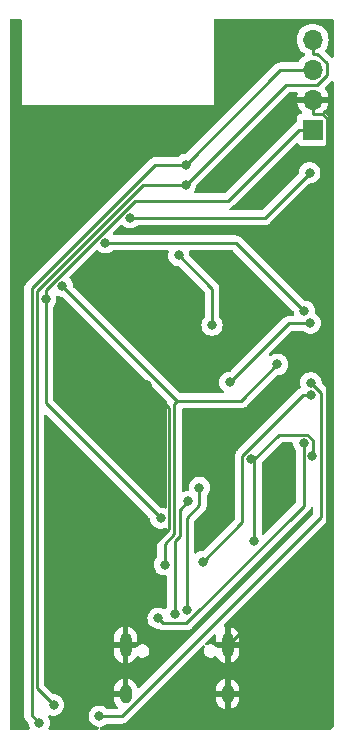
<source format=gbr>
%TF.GenerationSoftware,KiCad,Pcbnew,8.0.8*%
%TF.CreationDate,2025-02-15T17:25:52+01:00*%
%TF.ProjectId,Weathernode,57656174-6865-4726-9e6f-64652e6b6963,rev?*%
%TF.SameCoordinates,Original*%
%TF.FileFunction,Copper,L2,Bot*%
%TF.FilePolarity,Positive*%
%FSLAX46Y46*%
G04 Gerber Fmt 4.6, Leading zero omitted, Abs format (unit mm)*
G04 Created by KiCad (PCBNEW 8.0.8) date 2025-02-15 17:25:52*
%MOMM*%
%LPD*%
G01*
G04 APERTURE LIST*
%TA.AperFunction,ComponentPad*%
%ADD10O,1.000000X2.100000*%
%TD*%
%TA.AperFunction,ComponentPad*%
%ADD11O,1.000000X1.600000*%
%TD*%
%TA.AperFunction,ComponentPad*%
%ADD12R,1.700000X1.700000*%
%TD*%
%TA.AperFunction,ComponentPad*%
%ADD13O,1.700000X1.700000*%
%TD*%
%TA.AperFunction,ViaPad*%
%ADD14C,0.800000*%
%TD*%
%TA.AperFunction,Conductor*%
%ADD15C,0.250000*%
%TD*%
G04 APERTURE END LIST*
D10*
%TO.P,J2,S1,SHIELD*%
%TO.N,GND*%
X89310000Y-92374000D03*
D11*
X89310000Y-96554000D03*
D10*
X97950000Y-92374000D03*
D11*
X97950000Y-96554000D03*
%TD*%
D12*
%TO.P,BMP280,1,1*%
%TO.N,+3.3V*%
X105156000Y-48768000D03*
D13*
%TO.P,BMP280,2,2*%
%TO.N,GND*%
X105156000Y-46228000D03*
%TO.P,BMP280,3,3*%
%TO.N,SCL*%
X105156000Y-43688000D03*
%TO.P,BMP280,4,4*%
%TO.N,SDA*%
X105156000Y-41148000D03*
%TD*%
D14*
%TO.N,GND*%
X104971800Y-57380900D03*
X91101400Y-70411400D03*
X90256000Y-87391000D03*
%TO.N,+3.3V*%
X82555000Y-63132700D03*
X92276100Y-81659700D03*
%TO.N,Net-(U2-UD+)*%
X94477900Y-89473400D03*
X95563600Y-79067100D03*
%TO.N,Net-(U2-UD-)*%
X93475600Y-89796200D03*
X94588900Y-80245000D03*
%TO.N,Net-(J2-CC1)*%
X104400600Y-75308300D03*
X92075700Y-90132100D03*
%TO.N,Net-(U3-EN)*%
X89693900Y-56231200D03*
X104911500Y-52410100D03*
%TO.N,Net-(Q1-E)*%
X98154000Y-70166600D03*
X104955900Y-65147500D03*
%TO.N,Net-(U3-GPIO16)*%
X104455600Y-64154100D03*
X87596700Y-58344200D03*
%TO.N,CHG*%
X92614600Y-85607100D03*
X102174400Y-68636600D03*
X83950300Y-61995100D03*
%TO.N,Net-(D1-K)*%
X105001400Y-70189500D03*
X87086600Y-98428000D03*
%TO.N,GPIO0*%
X93817100Y-59419100D03*
X96631500Y-65327600D03*
%TO.N,SDA*%
X83221300Y-97479900D03*
X94403200Y-53459600D03*
%TO.N,SCL*%
X94400600Y-51717200D03*
X81992000Y-98983400D03*
%TO.N,Net-(U5-PROG)*%
X95871200Y-85331300D03*
X104976500Y-71244200D03*
%TO.N,Net-(U2-V3)*%
X100229000Y-83633200D03*
X99937200Y-76683600D03*
X105115000Y-76361900D03*
%TD*%
D15*
%TO.N,GND*%
X106331200Y-83992800D02*
X106331200Y-58740300D01*
X93002800Y-82566500D02*
X93002800Y-72312800D01*
X93002800Y-72312800D02*
X91101400Y-70411400D01*
X97950000Y-95427300D02*
X97950000Y-92374000D01*
X105965000Y-47404700D02*
X106361600Y-47801300D01*
X97950000Y-92374000D02*
X106331200Y-83992800D01*
X89310000Y-88337000D02*
X90256000Y-87391000D01*
X106361600Y-55991100D02*
X104971800Y-57380900D01*
X105156000Y-47404700D02*
X105965000Y-47404700D01*
X90256000Y-87391000D02*
X90256000Y-85313300D01*
X89310000Y-92374000D02*
X89310000Y-90997300D01*
X105156000Y-46228000D02*
X105156000Y-47404700D01*
X106361600Y-47801300D02*
X106361600Y-55991100D01*
X90256000Y-85313300D02*
X93002800Y-82566500D01*
X106331200Y-58740300D02*
X104971800Y-57380900D01*
X89310000Y-90997300D02*
X89310000Y-88337000D01*
X97950000Y-96554000D02*
X97950000Y-95427300D01*
%TO.N,+3.3V*%
X82555000Y-62316600D02*
X82555000Y-63132700D01*
X97970200Y-54777100D02*
X90094500Y-54777100D01*
X90094500Y-54777100D02*
X82555000Y-62316600D01*
X103979300Y-48768000D02*
X97970200Y-54777100D01*
X82555000Y-63132700D02*
X82555000Y-71938600D01*
X82555000Y-71938600D02*
X92276100Y-81659700D01*
X105156000Y-48768000D02*
X103979300Y-48768000D01*
%TO.N,Net-(U2-UD+)*%
X95563600Y-79067100D02*
X95563600Y-80552600D01*
X94477900Y-81638300D02*
X94477900Y-89473400D01*
X95563600Y-80552600D02*
X94477900Y-81638300D01*
%TO.N,Net-(U2-UD-)*%
X93475600Y-89796200D02*
X93475600Y-83594300D01*
X93475600Y-83594300D02*
X93906200Y-83163700D01*
X93906200Y-80927700D02*
X94588900Y-80245000D01*
X93906200Y-83163700D02*
X93906200Y-80927700D01*
%TO.N,Net-(J2-CC1)*%
X104388300Y-75320600D02*
X104388300Y-80593600D01*
X92470900Y-90527300D02*
X92075700Y-90132100D01*
X104388300Y-80593600D02*
X94454600Y-90527300D01*
X104400600Y-75308300D02*
X104388300Y-75320600D01*
X94454600Y-90527300D02*
X92470900Y-90527300D01*
%TO.N,Net-(U3-EN)*%
X104911500Y-52410100D02*
X101090400Y-56231200D01*
X101090400Y-56231200D02*
X89693900Y-56231200D01*
%TO.N,Net-(Q1-E)*%
X103173100Y-65147500D02*
X104955900Y-65147500D01*
X98154000Y-70166600D02*
X103173100Y-65147500D01*
%TO.N,Net-(U3-GPIO16)*%
X98645700Y-58344200D02*
X87596700Y-58344200D01*
X104455600Y-64154100D02*
X98645700Y-58344200D01*
%TO.N,CHG*%
X99080300Y-71730700D02*
X102174400Y-68636600D01*
X92614600Y-83816400D02*
X93454500Y-82976500D01*
X93685900Y-71730700D02*
X99080300Y-71730700D01*
X93454500Y-71962100D02*
X93685900Y-71730700D01*
X92614600Y-85607100D02*
X92614600Y-83816400D01*
X93685900Y-71730700D02*
X83950300Y-61995100D01*
X93454500Y-82976500D02*
X93454500Y-71962100D01*
%TO.N,Net-(D1-K)*%
X88974500Y-98428000D02*
X87086600Y-98428000D01*
X105841700Y-71029800D02*
X105841700Y-81560800D01*
X105001400Y-70189500D02*
X105841700Y-71029800D01*
X105841700Y-81560800D02*
X88974500Y-98428000D01*
%TO.N,GPIO0*%
X96631500Y-65327600D02*
X96631500Y-62233500D01*
X96631500Y-62233500D02*
X93817100Y-59419100D01*
%TO.N,SDA*%
X94403200Y-53459700D02*
X94403200Y-53459600D01*
X105156000Y-42324700D02*
X105523700Y-42324700D01*
X106350000Y-43151000D02*
X106350000Y-44161000D01*
X81804700Y-96063300D02*
X81804700Y-62426300D01*
X102904800Y-44958000D02*
X94403200Y-53459600D01*
X105523700Y-42324700D02*
X106350000Y-43151000D01*
X105553000Y-44958000D02*
X102904800Y-44958000D01*
X106350000Y-44161000D02*
X105553000Y-44958000D01*
X81804700Y-62426300D02*
X90771300Y-53459700D01*
X83221300Y-97479900D02*
X81804700Y-96063300D01*
X105156000Y-41148000D02*
X105156000Y-42324700D01*
X90771300Y-53459700D02*
X94403200Y-53459700D01*
%TO.N,SCL*%
X81353000Y-62208800D02*
X81353000Y-98344400D01*
X102429800Y-43688000D02*
X94400600Y-51717200D01*
X94400600Y-51717200D02*
X91844600Y-51717200D01*
X105156000Y-43688000D02*
X103979300Y-43688000D01*
X103979300Y-43688000D02*
X102429800Y-43688000D01*
X81353000Y-98344400D02*
X81992000Y-98983400D01*
X91844600Y-51717200D02*
X81353000Y-62208800D01*
%TO.N,Net-(U5-PROG)*%
X104976500Y-71244200D02*
X104347400Y-71244200D01*
X99208900Y-76382700D02*
X99208900Y-81993600D01*
X99208900Y-81993600D02*
X95871200Y-85331300D01*
X104347400Y-71244200D02*
X99208900Y-76382700D01*
%TO.N,Net-(U2-V3)*%
X105177900Y-76299000D02*
X105177900Y-75046400D01*
X104713100Y-74581600D02*
X102331000Y-74581600D01*
X100229000Y-76683600D02*
X100229000Y-83633200D01*
X105177900Y-75046400D02*
X104713100Y-74581600D01*
X105115000Y-76361900D02*
X105177900Y-76299000D01*
X100229000Y-76683600D02*
X99937200Y-76683600D01*
X102331000Y-74581600D02*
X100229000Y-76683600D01*
%TD*%
%TA.AperFunction,Conductor*%
%TO.N,GND*%
G36*
X82635403Y-72904039D02*
G01*
X82641881Y-72910071D01*
X91337138Y-81605329D01*
X91370623Y-81666652D01*
X91372778Y-81680048D01*
X91379421Y-81743251D01*
X91390426Y-81847956D01*
X91390427Y-81847959D01*
X91448918Y-82027977D01*
X91448921Y-82027984D01*
X91543567Y-82191916D01*
X91670229Y-82332588D01*
X91823365Y-82443848D01*
X91823370Y-82443851D01*
X91996292Y-82520842D01*
X91996297Y-82520844D01*
X92181454Y-82560200D01*
X92181455Y-82560200D01*
X92370744Y-82560200D01*
X92370746Y-82560200D01*
X92555903Y-82520844D01*
X92654566Y-82476915D01*
X92723813Y-82467630D01*
X92787090Y-82497258D01*
X92824304Y-82556393D01*
X92829000Y-82590195D01*
X92829000Y-82666047D01*
X92809315Y-82733086D01*
X92792681Y-82753728D01*
X92519514Y-83026895D01*
X92215870Y-83330539D01*
X92215867Y-83330542D01*
X92172304Y-83374104D01*
X92128742Y-83417666D01*
X92113100Y-83441075D01*
X92097564Y-83464328D01*
X92060290Y-83520110D01*
X92060286Y-83520116D01*
X92042758Y-83562432D01*
X92042759Y-83562433D01*
X92013137Y-83633949D01*
X92013135Y-83633956D01*
X91989100Y-83754789D01*
X91989100Y-84908412D01*
X91969415Y-84975451D01*
X91957250Y-84991384D01*
X91882066Y-85074884D01*
X91787421Y-85238815D01*
X91787418Y-85238822D01*
X91728927Y-85418840D01*
X91728926Y-85418844D01*
X91709140Y-85607100D01*
X91728926Y-85795356D01*
X91728927Y-85795359D01*
X91787418Y-85975377D01*
X91787421Y-85975384D01*
X91882067Y-86139316D01*
X91929904Y-86192444D01*
X92008729Y-86279988D01*
X92161865Y-86391248D01*
X92161870Y-86391251D01*
X92334792Y-86468242D01*
X92334797Y-86468244D01*
X92519954Y-86507600D01*
X92519955Y-86507600D01*
X92709242Y-86507600D01*
X92709246Y-86507600D01*
X92709249Y-86507599D01*
X92713131Y-86507191D01*
X92715368Y-86507600D01*
X92715745Y-86507600D01*
X92715745Y-86507668D01*
X92781861Y-86519756D01*
X92832888Y-86567485D01*
X92850100Y-86630511D01*
X92850100Y-89097512D01*
X92830415Y-89164551D01*
X92818250Y-89180484D01*
X92743066Y-89263985D01*
X92743063Y-89263988D01*
X92714344Y-89313731D01*
X92663777Y-89361946D01*
X92595170Y-89375168D01*
X92534075Y-89352049D01*
X92528438Y-89347954D01*
X92528429Y-89347948D01*
X92355507Y-89270957D01*
X92355502Y-89270955D01*
X92209701Y-89239965D01*
X92170346Y-89231600D01*
X91981054Y-89231600D01*
X91948597Y-89238498D01*
X91795897Y-89270955D01*
X91795892Y-89270957D01*
X91622970Y-89347948D01*
X91622965Y-89347951D01*
X91469829Y-89459211D01*
X91343166Y-89599885D01*
X91248521Y-89763815D01*
X91248518Y-89763822D01*
X91190027Y-89943840D01*
X91190026Y-89943844D01*
X91170240Y-90132100D01*
X91190026Y-90320356D01*
X91190027Y-90320359D01*
X91248518Y-90500377D01*
X91248521Y-90500384D01*
X91343167Y-90664316D01*
X91368965Y-90692967D01*
X91469829Y-90804988D01*
X91622965Y-90916248D01*
X91622970Y-90916251D01*
X91795892Y-90993242D01*
X91795897Y-90993244D01*
X91981054Y-91032600D01*
X92063649Y-91032600D01*
X92130688Y-91052285D01*
X92132541Y-91053499D01*
X92174605Y-91081606D01*
X92174613Y-91081610D01*
X92174614Y-91081611D01*
X92288448Y-91128763D01*
X92348871Y-91140781D01*
X92409293Y-91152800D01*
X94516207Y-91152800D01*
X94576629Y-91140781D01*
X94637052Y-91128763D01*
X94637055Y-91128761D01*
X94637058Y-91128761D01*
X94670387Y-91114954D01*
X94670386Y-91114954D01*
X94670392Y-91114952D01*
X94750886Y-91081612D01*
X94802109Y-91047384D01*
X94802309Y-91047251D01*
X94824235Y-91032600D01*
X94853333Y-91013158D01*
X94940458Y-90926033D01*
X94940459Y-90926031D01*
X94947525Y-90918965D01*
X94947528Y-90918961D01*
X104787029Y-81079460D01*
X104787033Y-81079458D01*
X104874158Y-80992333D01*
X104942611Y-80889886D01*
X104977639Y-80805320D01*
X105021480Y-80750918D01*
X105087774Y-80728853D01*
X105155473Y-80746132D01*
X105203084Y-80797269D01*
X105216200Y-80852774D01*
X105216200Y-81250348D01*
X105196515Y-81317387D01*
X105179881Y-81338029D01*
X90482734Y-96035175D01*
X90421411Y-96068660D01*
X90351719Y-96063676D01*
X90295786Y-96021804D01*
X90273435Y-95971684D01*
X90271570Y-95962310D01*
X90271569Y-95962306D01*
X90196192Y-95780328D01*
X90196185Y-95780315D01*
X90086751Y-95616537D01*
X90086748Y-95616533D01*
X89947466Y-95477251D01*
X89947462Y-95477248D01*
X89783684Y-95367814D01*
X89783671Y-95367807D01*
X89601691Y-95292429D01*
X89601683Y-95292427D01*
X89560000Y-95284135D01*
X89560000Y-96087011D01*
X89550060Y-96069795D01*
X89494205Y-96013940D01*
X89425796Y-95974444D01*
X89349496Y-95954000D01*
X89270504Y-95954000D01*
X89194204Y-95974444D01*
X89125795Y-96013940D01*
X89069940Y-96069795D01*
X89060000Y-96087011D01*
X89060000Y-95284136D01*
X89059999Y-95284135D01*
X89018316Y-95292427D01*
X89018308Y-95292429D01*
X88836328Y-95367807D01*
X88836315Y-95367814D01*
X88672537Y-95477248D01*
X88672533Y-95477251D01*
X88533251Y-95616533D01*
X88533248Y-95616537D01*
X88423814Y-95780315D01*
X88423807Y-95780328D01*
X88348430Y-95962306D01*
X88348427Y-95962318D01*
X88310000Y-96155504D01*
X88310000Y-96304000D01*
X89010000Y-96304000D01*
X89010000Y-96804000D01*
X88310000Y-96804000D01*
X88310000Y-96952495D01*
X88348427Y-97145681D01*
X88348430Y-97145693D01*
X88423807Y-97327671D01*
X88423814Y-97327684D01*
X88533248Y-97491462D01*
X88533251Y-97491466D01*
X88632604Y-97590819D01*
X88666089Y-97652142D01*
X88661105Y-97721834D01*
X88619233Y-97777767D01*
X88553769Y-97802184D01*
X88544923Y-97802500D01*
X87790348Y-97802500D01*
X87723309Y-97782815D01*
X87698200Y-97761474D01*
X87692473Y-97755114D01*
X87692469Y-97755110D01*
X87539334Y-97643851D01*
X87539329Y-97643848D01*
X87366407Y-97566857D01*
X87366402Y-97566855D01*
X87220601Y-97535865D01*
X87181246Y-97527500D01*
X86991954Y-97527500D01*
X86959497Y-97534398D01*
X86806797Y-97566855D01*
X86806792Y-97566857D01*
X86633870Y-97643848D01*
X86633865Y-97643851D01*
X86480729Y-97755111D01*
X86354066Y-97895785D01*
X86259421Y-98059715D01*
X86259418Y-98059722D01*
X86200927Y-98239740D01*
X86200926Y-98239744D01*
X86181140Y-98428000D01*
X86200926Y-98616256D01*
X86200927Y-98616259D01*
X86259418Y-98796277D01*
X86259421Y-98796284D01*
X86354067Y-98960216D01*
X86475001Y-99094526D01*
X86480729Y-99100888D01*
X86633865Y-99212148D01*
X86633870Y-99212151D01*
X86806792Y-99289142D01*
X86806797Y-99289144D01*
X86964715Y-99322710D01*
X87026197Y-99355902D01*
X87059973Y-99417065D01*
X87055321Y-99486780D01*
X87013717Y-99542912D01*
X86948369Y-99567641D01*
X86938934Y-99568000D01*
X82909063Y-99568000D01*
X82842024Y-99548315D01*
X82796269Y-99495511D01*
X82786325Y-99426353D01*
X82801674Y-99382003D01*
X82819179Y-99351684D01*
X82877674Y-99171656D01*
X82897460Y-98983400D01*
X82877674Y-98795144D01*
X82819179Y-98615116D01*
X82754691Y-98503419D01*
X82738218Y-98435518D01*
X82761071Y-98369492D01*
X82815992Y-98326301D01*
X82885546Y-98319660D01*
X82912513Y-98328139D01*
X82941497Y-98341044D01*
X83126654Y-98380400D01*
X83126655Y-98380400D01*
X83315944Y-98380400D01*
X83315946Y-98380400D01*
X83501103Y-98341044D01*
X83674030Y-98264051D01*
X83827171Y-98152788D01*
X83953833Y-98012116D01*
X84048479Y-97848184D01*
X84106974Y-97668156D01*
X84126760Y-97479900D01*
X84106974Y-97291644D01*
X84048479Y-97111616D01*
X83953833Y-96947684D01*
X83827171Y-96807012D01*
X83827170Y-96807011D01*
X83674034Y-96695751D01*
X83674029Y-96695748D01*
X83501107Y-96618757D01*
X83501102Y-96618755D01*
X83355301Y-96587765D01*
X83315946Y-96579400D01*
X83315945Y-96579400D01*
X83256752Y-96579400D01*
X83189713Y-96559715D01*
X83169071Y-96543081D01*
X82466519Y-95840529D01*
X82433034Y-95779206D01*
X82430200Y-95752848D01*
X82430200Y-91725504D01*
X88310000Y-91725504D01*
X88310000Y-92124000D01*
X89010000Y-92124000D01*
X89010000Y-92624000D01*
X88310000Y-92624000D01*
X88310000Y-93022495D01*
X88348427Y-93215681D01*
X88348430Y-93215693D01*
X88423807Y-93397671D01*
X88423814Y-93397684D01*
X88533248Y-93561462D01*
X88533251Y-93561466D01*
X88672533Y-93700748D01*
X88672537Y-93700751D01*
X88836315Y-93810185D01*
X88836328Y-93810192D01*
X89018308Y-93885569D01*
X89060000Y-93893862D01*
X89060000Y-93090988D01*
X89069940Y-93108205D01*
X89125795Y-93164060D01*
X89194204Y-93203556D01*
X89270504Y-93224000D01*
X89349496Y-93224000D01*
X89425796Y-93203556D01*
X89494205Y-93164060D01*
X89550060Y-93108205D01*
X89560000Y-93090988D01*
X89560000Y-93893862D01*
X89601690Y-93885569D01*
X89601692Y-93885569D01*
X89783671Y-93810192D01*
X89783684Y-93810185D01*
X89947462Y-93700751D01*
X89947466Y-93700748D01*
X90086748Y-93561466D01*
X90086751Y-93561462D01*
X90199574Y-93392613D01*
X90201007Y-93393570D01*
X90244198Y-93349580D01*
X90312332Y-93334103D01*
X90378018Y-93357919D01*
X90380089Y-93359697D01*
X90380189Y-93359568D01*
X90386630Y-93364510D01*
X90386635Y-93364515D01*
X90517865Y-93440281D01*
X90664234Y-93479500D01*
X90664236Y-93479500D01*
X90815764Y-93479500D01*
X90815766Y-93479500D01*
X90962135Y-93440281D01*
X91093365Y-93364515D01*
X91200515Y-93257365D01*
X91276281Y-93126135D01*
X91315500Y-92979766D01*
X91315500Y-92828234D01*
X91276281Y-92681865D01*
X91200515Y-92550635D01*
X91093365Y-92443485D01*
X91027750Y-92405602D01*
X90962136Y-92367719D01*
X90888950Y-92348109D01*
X90815766Y-92328500D01*
X90664234Y-92328500D01*
X90517863Y-92367719D01*
X90386635Y-92443485D01*
X90386632Y-92443487D01*
X90279486Y-92550633D01*
X90279482Y-92550638D01*
X90272923Y-92562000D01*
X90222356Y-92610216D01*
X90165536Y-92624000D01*
X89610000Y-92624000D01*
X89610000Y-92124000D01*
X90310000Y-92124000D01*
X90310000Y-91725508D01*
X90309999Y-91725504D01*
X90271572Y-91532318D01*
X90271569Y-91532306D01*
X90196192Y-91350328D01*
X90196185Y-91350315D01*
X90086751Y-91186537D01*
X90086748Y-91186533D01*
X89947466Y-91047251D01*
X89947462Y-91047248D01*
X89783684Y-90937814D01*
X89783671Y-90937807D01*
X89601691Y-90862429D01*
X89601683Y-90862427D01*
X89560000Y-90854135D01*
X89560000Y-91657011D01*
X89550060Y-91639795D01*
X89494205Y-91583940D01*
X89425796Y-91544444D01*
X89349496Y-91524000D01*
X89270504Y-91524000D01*
X89194204Y-91544444D01*
X89125795Y-91583940D01*
X89069940Y-91639795D01*
X89060000Y-91657011D01*
X89060000Y-90854136D01*
X89059999Y-90854135D01*
X89018316Y-90862427D01*
X89018308Y-90862429D01*
X88836328Y-90937807D01*
X88836315Y-90937814D01*
X88672537Y-91047248D01*
X88672533Y-91047251D01*
X88533251Y-91186533D01*
X88533248Y-91186537D01*
X88423814Y-91350315D01*
X88423807Y-91350328D01*
X88348430Y-91532306D01*
X88348427Y-91532318D01*
X88310000Y-91725504D01*
X82430200Y-91725504D01*
X82430200Y-72997752D01*
X82449885Y-72930713D01*
X82502689Y-72884958D01*
X82571847Y-72875014D01*
X82635403Y-72904039D01*
G37*
%TD.AperFunction*%
%TA.AperFunction,Conductor*%
G36*
X106853334Y-44644768D02*
G01*
X106909267Y-44686640D01*
X106933684Y-44752104D01*
X106934000Y-44760950D01*
X106934000Y-99262638D01*
X106914315Y-99329677D01*
X106897681Y-99350319D01*
X106716319Y-99531681D01*
X106654996Y-99565166D01*
X106628638Y-99568000D01*
X87234266Y-99568000D01*
X87167227Y-99548315D01*
X87121472Y-99495511D01*
X87111528Y-99426353D01*
X87140553Y-99362797D01*
X87199331Y-99325023D01*
X87208479Y-99322711D01*
X87366403Y-99289144D01*
X87539330Y-99212151D01*
X87692471Y-99100888D01*
X87695388Y-99097647D01*
X87698200Y-99094526D01*
X87757687Y-99057879D01*
X87790348Y-99053500D01*
X89036107Y-99053500D01*
X89096529Y-99041481D01*
X89156952Y-99029463D01*
X89206996Y-99008734D01*
X89270786Y-98982312D01*
X89325334Y-98945863D01*
X89373233Y-98913858D01*
X89460358Y-98826733D01*
X89460359Y-98826731D01*
X89467425Y-98819665D01*
X89467428Y-98819661D01*
X92131585Y-96155504D01*
X96950000Y-96155504D01*
X96950000Y-96304000D01*
X97650000Y-96304000D01*
X97650000Y-96804000D01*
X96950000Y-96804000D01*
X96950000Y-96952495D01*
X96988427Y-97145681D01*
X96988430Y-97145693D01*
X97063807Y-97327671D01*
X97063814Y-97327684D01*
X97173248Y-97491462D01*
X97173251Y-97491466D01*
X97312533Y-97630748D01*
X97312537Y-97630751D01*
X97476315Y-97740185D01*
X97476328Y-97740192D01*
X97658308Y-97815569D01*
X97700000Y-97823862D01*
X97700000Y-97020988D01*
X97709940Y-97038205D01*
X97765795Y-97094060D01*
X97834204Y-97133556D01*
X97910504Y-97154000D01*
X97989496Y-97154000D01*
X98065796Y-97133556D01*
X98134205Y-97094060D01*
X98190060Y-97038205D01*
X98200000Y-97020988D01*
X98200000Y-97823862D01*
X98241690Y-97815569D01*
X98241692Y-97815569D01*
X98423671Y-97740192D01*
X98423684Y-97740185D01*
X98587462Y-97630751D01*
X98587466Y-97630748D01*
X98726748Y-97491466D01*
X98726751Y-97491462D01*
X98836185Y-97327684D01*
X98836192Y-97327671D01*
X98911569Y-97145693D01*
X98911572Y-97145681D01*
X98949999Y-96952495D01*
X98950000Y-96952492D01*
X98950000Y-96804000D01*
X98250000Y-96804000D01*
X98250000Y-96304000D01*
X98950000Y-96304000D01*
X98950000Y-96155508D01*
X98949999Y-96155504D01*
X98911572Y-95962318D01*
X98911569Y-95962306D01*
X98836192Y-95780328D01*
X98836185Y-95780315D01*
X98726751Y-95616537D01*
X98726748Y-95616533D01*
X98587466Y-95477251D01*
X98587462Y-95477248D01*
X98423684Y-95367814D01*
X98423671Y-95367807D01*
X98241691Y-95292429D01*
X98241683Y-95292427D01*
X98200000Y-95284135D01*
X98200000Y-96087011D01*
X98190060Y-96069795D01*
X98134205Y-96013940D01*
X98065796Y-95974444D01*
X97989496Y-95954000D01*
X97910504Y-95954000D01*
X97834204Y-95974444D01*
X97765795Y-96013940D01*
X97709940Y-96069795D01*
X97700000Y-96087011D01*
X97700000Y-95284136D01*
X97699999Y-95284135D01*
X97658316Y-95292427D01*
X97658308Y-95292429D01*
X97476328Y-95367807D01*
X97476315Y-95367814D01*
X97312537Y-95477248D01*
X97312533Y-95477251D01*
X97173251Y-95616533D01*
X97173248Y-95616537D01*
X97063814Y-95780315D01*
X97063807Y-95780328D01*
X96988430Y-95962306D01*
X96988427Y-95962318D01*
X96950000Y-96155504D01*
X92131585Y-96155504D01*
X95834750Y-92452338D01*
X95896071Y-92418855D01*
X95965763Y-92423839D01*
X96021696Y-92465711D01*
X96046113Y-92531175D01*
X96031261Y-92599448D01*
X96029816Y-92602021D01*
X95983720Y-92681861D01*
X95983720Y-92681862D01*
X95944500Y-92828234D01*
X95944500Y-92979765D01*
X95983719Y-93126136D01*
X96005615Y-93164060D01*
X96059485Y-93257365D01*
X96166635Y-93364515D01*
X96297865Y-93440281D01*
X96444234Y-93479500D01*
X96444236Y-93479500D01*
X96595764Y-93479500D01*
X96595766Y-93479500D01*
X96742135Y-93440281D01*
X96873365Y-93364515D01*
X96873372Y-93364507D01*
X96879811Y-93359568D01*
X96882044Y-93362478D01*
X96928258Y-93336865D01*
X96997980Y-93341411D01*
X97054176Y-93382930D01*
X97060394Y-93392634D01*
X97060426Y-93392613D01*
X97173248Y-93561462D01*
X97173251Y-93561466D01*
X97312533Y-93700748D01*
X97312537Y-93700751D01*
X97476315Y-93810185D01*
X97476328Y-93810192D01*
X97658308Y-93885569D01*
X97700000Y-93893862D01*
X97700000Y-93090988D01*
X97709940Y-93108205D01*
X97765795Y-93164060D01*
X97834204Y-93203556D01*
X97910504Y-93224000D01*
X97989496Y-93224000D01*
X98065796Y-93203556D01*
X98134205Y-93164060D01*
X98190060Y-93108205D01*
X98200000Y-93090988D01*
X98200000Y-93893862D01*
X98241690Y-93885569D01*
X98241692Y-93885569D01*
X98423671Y-93810192D01*
X98423684Y-93810185D01*
X98587462Y-93700751D01*
X98587466Y-93700748D01*
X98726748Y-93561466D01*
X98726751Y-93561462D01*
X98836185Y-93397684D01*
X98836192Y-93397671D01*
X98911569Y-93215693D01*
X98911572Y-93215681D01*
X98949999Y-93022495D01*
X98950000Y-93022492D01*
X98950000Y-92624000D01*
X98250000Y-92624000D01*
X98250000Y-92124000D01*
X98950000Y-92124000D01*
X98950000Y-91725508D01*
X98949999Y-91725504D01*
X98911572Y-91532318D01*
X98911569Y-91532306D01*
X98836192Y-91350328D01*
X98836185Y-91350315D01*
X98726751Y-91186537D01*
X98726748Y-91186533D01*
X98587466Y-91047251D01*
X98587462Y-91047248D01*
X98423684Y-90937814D01*
X98423671Y-90937807D01*
X98241691Y-90862429D01*
X98241683Y-90862427D01*
X98200000Y-90854135D01*
X98200000Y-91657011D01*
X98190060Y-91639795D01*
X98134205Y-91583940D01*
X98065796Y-91544444D01*
X97989496Y-91524000D01*
X97910504Y-91524000D01*
X97834204Y-91544444D01*
X97765795Y-91583940D01*
X97709940Y-91639795D01*
X97700000Y-91657011D01*
X97700000Y-90854136D01*
X97659083Y-90820557D01*
X97619748Y-90762811D01*
X97617877Y-90692967D01*
X97650064Y-90637024D01*
X106240429Y-82046660D01*
X106240433Y-82046658D01*
X106327558Y-81959533D01*
X106361784Y-81908309D01*
X106396012Y-81857086D01*
X106411729Y-81819141D01*
X106443159Y-81743261D01*
X106443159Y-81743259D01*
X106443163Y-81743251D01*
X106467200Y-81622407D01*
X106467200Y-81499193D01*
X106467200Y-71097541D01*
X106467201Y-71097520D01*
X106467201Y-70968191D01*
X106447092Y-70867100D01*
X106443163Y-70847348D01*
X106406296Y-70758343D01*
X106406296Y-70758342D01*
X106396015Y-70733520D01*
X106396008Y-70733508D01*
X106327558Y-70631067D01*
X106327555Y-70631063D01*
X105940360Y-70243869D01*
X105906875Y-70182546D01*
X105904723Y-70169168D01*
X105887074Y-70001244D01*
X105828579Y-69821216D01*
X105733933Y-69657284D01*
X105607271Y-69516612D01*
X105607270Y-69516611D01*
X105454134Y-69405351D01*
X105454129Y-69405348D01*
X105281207Y-69328357D01*
X105281202Y-69328355D01*
X105135401Y-69297365D01*
X105096046Y-69289000D01*
X104906754Y-69289000D01*
X104874297Y-69295898D01*
X104721597Y-69328355D01*
X104721592Y-69328357D01*
X104548670Y-69405348D01*
X104548665Y-69405351D01*
X104395529Y-69516611D01*
X104268866Y-69657285D01*
X104174221Y-69821215D01*
X104174218Y-69821222D01*
X104115727Y-70001240D01*
X104115726Y-70001244D01*
X104095940Y-70189500D01*
X104115726Y-70377756D01*
X104115727Y-70377759D01*
X104162028Y-70520260D01*
X104164023Y-70590101D01*
X104127942Y-70649934D01*
X104091551Y-70673138D01*
X104051120Y-70689885D01*
X104051116Y-70689887D01*
X103948665Y-70758342D01*
X103948662Y-70758345D01*
X98810169Y-75896840D01*
X98723044Y-75983964D01*
X98723041Y-75983968D01*
X98705171Y-76010713D01*
X98705170Y-76010714D01*
X98654591Y-76086408D01*
X98654589Y-76086411D01*
X98654588Y-76086414D01*
X98636829Y-76129289D01*
X98607438Y-76200244D01*
X98607435Y-76200256D01*
X98583400Y-76321089D01*
X98583400Y-81683147D01*
X98563715Y-81750186D01*
X98547081Y-81770828D01*
X95923429Y-84394481D01*
X95862106Y-84427966D01*
X95835748Y-84430800D01*
X95776554Y-84430800D01*
X95744097Y-84437698D01*
X95591397Y-84470155D01*
X95591392Y-84470157D01*
X95418470Y-84547148D01*
X95418465Y-84547151D01*
X95300285Y-84633014D01*
X95234478Y-84656494D01*
X95166425Y-84640668D01*
X95117730Y-84590562D01*
X95103400Y-84532696D01*
X95103400Y-81948752D01*
X95123085Y-81881713D01*
X95139719Y-81861071D01*
X96049455Y-80951336D01*
X96049455Y-80951335D01*
X96049458Y-80951333D01*
X96117912Y-80848885D01*
X96148080Y-80776052D01*
X96165063Y-80735052D01*
X96180945Y-80655206D01*
X96189101Y-80614206D01*
X96189101Y-80490993D01*
X96189101Y-80485883D01*
X96189100Y-80485857D01*
X96189100Y-79765787D01*
X96208785Y-79698748D01*
X96220950Y-79682815D01*
X96239491Y-79662222D01*
X96296133Y-79599316D01*
X96390779Y-79435384D01*
X96449274Y-79255356D01*
X96469060Y-79067100D01*
X96449274Y-78878844D01*
X96390779Y-78698816D01*
X96296133Y-78534884D01*
X96169471Y-78394212D01*
X96169470Y-78394211D01*
X96016334Y-78282951D01*
X96016329Y-78282948D01*
X95843407Y-78205957D01*
X95843402Y-78205955D01*
X95697601Y-78174965D01*
X95658246Y-78166600D01*
X95468954Y-78166600D01*
X95436497Y-78173498D01*
X95283797Y-78205955D01*
X95283792Y-78205957D01*
X95110870Y-78282948D01*
X95110865Y-78282951D01*
X94957729Y-78394211D01*
X94831066Y-78534885D01*
X94736421Y-78698815D01*
X94736418Y-78698822D01*
X94677927Y-78878840D01*
X94677926Y-78878844D01*
X94658140Y-79067100D01*
X94672900Y-79207540D01*
X94660332Y-79276268D01*
X94612599Y-79327292D01*
X94549580Y-79344500D01*
X94494254Y-79344500D01*
X94469178Y-79349830D01*
X94309097Y-79383855D01*
X94254435Y-79408193D01*
X94185185Y-79417477D01*
X94121909Y-79387849D01*
X94084696Y-79328714D01*
X94080000Y-79294913D01*
X94080000Y-72480200D01*
X94099685Y-72413161D01*
X94152489Y-72367406D01*
X94204000Y-72356200D01*
X99141907Y-72356200D01*
X99202329Y-72344181D01*
X99262752Y-72332163D01*
X99262755Y-72332161D01*
X99262758Y-72332161D01*
X99296087Y-72318354D01*
X99296086Y-72318354D01*
X99296092Y-72318352D01*
X99376586Y-72285012D01*
X99451603Y-72234886D01*
X99479033Y-72216558D01*
X99566158Y-72129433D01*
X99566159Y-72129431D01*
X99573225Y-72122365D01*
X99573227Y-72122361D01*
X102122171Y-69573419D01*
X102183494Y-69539934D01*
X102209852Y-69537100D01*
X102269044Y-69537100D01*
X102269046Y-69537100D01*
X102454203Y-69497744D01*
X102627130Y-69420751D01*
X102780271Y-69309488D01*
X102906933Y-69168816D01*
X103001579Y-69004884D01*
X103060074Y-68824856D01*
X103079860Y-68636600D01*
X103060074Y-68448344D01*
X103001579Y-68268316D01*
X102906933Y-68104384D01*
X102780271Y-67963712D01*
X102740652Y-67934927D01*
X102627134Y-67852451D01*
X102627129Y-67852448D01*
X102454207Y-67775457D01*
X102454202Y-67775455D01*
X102308401Y-67744465D01*
X102269046Y-67736100D01*
X102079754Y-67736100D01*
X102047297Y-67742998D01*
X101894597Y-67775455D01*
X101894592Y-67775457D01*
X101721670Y-67852448D01*
X101721666Y-67852451D01*
X101647200Y-67906553D01*
X101581394Y-67930032D01*
X101513340Y-67914206D01*
X101464646Y-67864100D01*
X101450771Y-67795621D01*
X101476121Y-67730513D01*
X101486623Y-67718565D01*
X103395871Y-65809319D01*
X103457194Y-65775834D01*
X103483552Y-65773000D01*
X104252152Y-65773000D01*
X104319191Y-65792685D01*
X104344300Y-65814026D01*
X104350026Y-65820385D01*
X104350030Y-65820389D01*
X104503165Y-65931648D01*
X104503170Y-65931651D01*
X104676092Y-66008642D01*
X104676097Y-66008644D01*
X104861254Y-66048000D01*
X104861255Y-66048000D01*
X105050544Y-66048000D01*
X105050546Y-66048000D01*
X105235703Y-66008644D01*
X105408630Y-65931651D01*
X105561771Y-65820388D01*
X105688433Y-65679716D01*
X105783079Y-65515784D01*
X105841574Y-65335756D01*
X105861360Y-65147500D01*
X105841574Y-64959244D01*
X105783079Y-64779216D01*
X105688433Y-64615284D01*
X105561771Y-64474612D01*
X105561770Y-64474611D01*
X105403373Y-64359529D01*
X105404875Y-64357461D01*
X105364553Y-64315148D01*
X105351350Y-64246538D01*
X105351464Y-64245399D01*
X105358921Y-64174448D01*
X105361060Y-64154100D01*
X105341274Y-63965844D01*
X105282779Y-63785816D01*
X105188133Y-63621884D01*
X105061471Y-63481212D01*
X105061470Y-63481211D01*
X104908334Y-63369951D01*
X104908329Y-63369948D01*
X104735407Y-63292957D01*
X104735402Y-63292955D01*
X104589601Y-63261965D01*
X104550246Y-63253600D01*
X104550245Y-63253600D01*
X104491053Y-63253600D01*
X104424014Y-63233915D01*
X104403372Y-63217281D01*
X99138628Y-57952538D01*
X99138625Y-57952534D01*
X99138625Y-57952535D01*
X99131558Y-57945468D01*
X99131558Y-57945467D01*
X99044433Y-57858342D01*
X99044432Y-57858341D01*
X99044431Y-57858340D01*
X98993209Y-57824115D01*
X98941987Y-57789889D01*
X98941986Y-57789888D01*
X98941983Y-57789886D01*
X98941980Y-57789885D01*
X98861492Y-57756547D01*
X98828153Y-57742737D01*
X98818127Y-57740743D01*
X98767729Y-57730718D01*
X98707310Y-57718700D01*
X98707307Y-57718700D01*
X98707306Y-57718700D01*
X88336851Y-57718700D01*
X88269812Y-57699015D01*
X88224057Y-57646211D01*
X88214113Y-57577053D01*
X88243138Y-57513497D01*
X88249170Y-57507019D01*
X88883852Y-56872336D01*
X88945173Y-56838853D01*
X89014864Y-56843837D01*
X89063678Y-56877044D01*
X89088029Y-56904088D01*
X89088032Y-56904090D01*
X89241165Y-57015348D01*
X89241170Y-57015351D01*
X89414092Y-57092342D01*
X89414097Y-57092344D01*
X89599254Y-57131700D01*
X89599255Y-57131700D01*
X89788544Y-57131700D01*
X89788546Y-57131700D01*
X89973703Y-57092344D01*
X90146630Y-57015351D01*
X90299771Y-56904088D01*
X90302688Y-56900847D01*
X90305500Y-56897726D01*
X90364987Y-56861079D01*
X90397648Y-56856700D01*
X101152007Y-56856700D01*
X101212429Y-56844681D01*
X101272852Y-56832663D01*
X101322896Y-56811934D01*
X101386686Y-56785512D01*
X101437909Y-56751284D01*
X101489133Y-56717058D01*
X101576258Y-56629933D01*
X101576258Y-56629931D01*
X101586466Y-56619724D01*
X101586467Y-56619721D01*
X104859272Y-53346919D01*
X104920595Y-53313434D01*
X104946953Y-53310600D01*
X105006144Y-53310600D01*
X105006146Y-53310600D01*
X105191303Y-53271244D01*
X105364230Y-53194251D01*
X105517371Y-53082988D01*
X105644033Y-52942316D01*
X105738679Y-52778384D01*
X105797174Y-52598356D01*
X105816960Y-52410100D01*
X105797174Y-52221844D01*
X105738679Y-52041816D01*
X105644033Y-51877884D01*
X105517371Y-51737212D01*
X105517370Y-51737211D01*
X105364234Y-51625951D01*
X105364229Y-51625948D01*
X105191307Y-51548957D01*
X105191302Y-51548955D01*
X105045501Y-51517965D01*
X105006146Y-51509600D01*
X104816854Y-51509600D01*
X104784397Y-51516498D01*
X104631697Y-51548955D01*
X104631692Y-51548957D01*
X104458770Y-51625948D01*
X104458765Y-51625951D01*
X104305629Y-51737211D01*
X104178966Y-51877885D01*
X104084321Y-52041815D01*
X104084318Y-52041822D01*
X104025827Y-52221840D01*
X104025826Y-52221844D01*
X104013124Y-52342700D01*
X104008179Y-52389749D01*
X103981594Y-52454363D01*
X103972539Y-52464468D01*
X100867629Y-55569381D01*
X100806306Y-55602866D01*
X100779948Y-55605700D01*
X98227683Y-55605700D01*
X98160644Y-55586015D01*
X98114889Y-55533211D01*
X98104945Y-55464053D01*
X98117171Y-55437279D01*
X98117265Y-55435977D01*
X98118551Y-55434257D01*
X98133970Y-55400497D01*
X98155387Y-55385052D01*
X98159137Y-55380044D01*
X98174331Y-55371391D01*
X98180228Y-55367139D01*
X98185992Y-55364752D01*
X98266486Y-55331412D01*
X98317709Y-55297184D01*
X98368933Y-55262958D01*
X98456058Y-55175833D01*
X98456058Y-55175831D01*
X98466266Y-55165624D01*
X98466267Y-55165621D01*
X103722210Y-49909679D01*
X103783531Y-49876196D01*
X103853223Y-49881180D01*
X103909155Y-49923050D01*
X103948455Y-49975547D01*
X104063664Y-50061793D01*
X104063671Y-50061797D01*
X104198517Y-50112091D01*
X104198516Y-50112091D01*
X104205444Y-50112835D01*
X104258127Y-50118500D01*
X106053872Y-50118499D01*
X106113483Y-50112091D01*
X106248331Y-50061796D01*
X106363546Y-49975546D01*
X106449796Y-49860331D01*
X106500091Y-49725483D01*
X106506500Y-49665873D01*
X106506499Y-47870128D01*
X106500091Y-47810517D01*
X106449796Y-47675669D01*
X106449795Y-47675668D01*
X106449793Y-47675664D01*
X106363547Y-47560455D01*
X106363544Y-47560452D01*
X106248335Y-47474206D01*
X106248328Y-47474202D01*
X106116401Y-47424997D01*
X106060467Y-47383126D01*
X106036050Y-47317662D01*
X106050902Y-47249389D01*
X106072053Y-47221133D01*
X106194108Y-47099078D01*
X106329600Y-46905578D01*
X106429429Y-46691492D01*
X106429432Y-46691486D01*
X106486636Y-46478000D01*
X105589012Y-46478000D01*
X105621925Y-46420993D01*
X105656000Y-46293826D01*
X105656000Y-46162174D01*
X105621925Y-46035007D01*
X105589012Y-45978000D01*
X106486636Y-45978000D01*
X106486635Y-45977999D01*
X106429432Y-45764513D01*
X106429429Y-45764507D01*
X106329600Y-45550422D01*
X106329599Y-45550420D01*
X106191005Y-45352487D01*
X106192677Y-45351316D01*
X106168216Y-45295475D01*
X106179232Y-45226480D01*
X106203527Y-45192061D01*
X106722321Y-44673267D01*
X106783642Y-44639784D01*
X106853334Y-44644768D01*
G37*
%TD.AperFunction*%
%TA.AperFunction,Conductor*%
G36*
X96888414Y-91501188D02*
G01*
X96944347Y-91543060D01*
X96968764Y-91608524D01*
X96966698Y-91641560D01*
X96950000Y-91725510D01*
X96950000Y-92124000D01*
X97650000Y-92124000D01*
X97650000Y-92624000D01*
X97094464Y-92624000D01*
X97027425Y-92604315D01*
X96987077Y-92562000D01*
X96980517Y-92550638D01*
X96980513Y-92550633D01*
X96873367Y-92443487D01*
X96873365Y-92443485D01*
X96807750Y-92405602D01*
X96742136Y-92367719D01*
X96668950Y-92348109D01*
X96595766Y-92328500D01*
X96444234Y-92328500D01*
X96297865Y-92367719D01*
X96297864Y-92367719D01*
X96297862Y-92367720D01*
X96297861Y-92367720D01*
X96218021Y-92413816D01*
X96150120Y-92430289D01*
X96084094Y-92407436D01*
X96040903Y-92352515D01*
X96034262Y-92282961D01*
X96066278Y-92220859D01*
X96068297Y-92218791D01*
X96757401Y-91529687D01*
X96818722Y-91496204D01*
X96888414Y-91501188D01*
G37*
%TD.AperFunction*%
%TA.AperFunction,Conductor*%
G36*
X103439892Y-75226785D02*
G01*
X103485647Y-75279589D01*
X103496173Y-75318137D01*
X103514926Y-75496556D01*
X103514927Y-75496559D01*
X103573418Y-75676577D01*
X103573421Y-75676584D01*
X103668064Y-75840512D01*
X103668065Y-75840514D01*
X103668067Y-75840516D01*
X103730951Y-75910355D01*
X103761180Y-75973345D01*
X103762800Y-75993326D01*
X103762800Y-80283147D01*
X103743115Y-80350186D01*
X103726481Y-80370828D01*
X101070413Y-83026895D01*
X101009090Y-83060380D01*
X100939398Y-83055396D01*
X100890569Y-83022170D01*
X100886333Y-83017466D01*
X100856116Y-82954468D01*
X100854500Y-82934512D01*
X100854500Y-76994052D01*
X100874185Y-76927013D01*
X100890819Y-76906371D01*
X102553771Y-75243419D01*
X102615094Y-75209934D01*
X102641452Y-75207100D01*
X103372853Y-75207100D01*
X103439892Y-75226785D01*
G37*
%TD.AperFunction*%
%TA.AperFunction,Conductor*%
G36*
X83615870Y-62831922D02*
G01*
X83670497Y-62856244D01*
X83855654Y-62895600D01*
X83914848Y-62895600D01*
X83981887Y-62915285D01*
X84002529Y-62931919D01*
X92805708Y-71735099D01*
X92839193Y-71796422D01*
X92839645Y-71846967D01*
X92829000Y-71900490D01*
X92829000Y-80729204D01*
X92809315Y-80796243D01*
X92756511Y-80841998D01*
X92687353Y-80851942D01*
X92654564Y-80842483D01*
X92555907Y-80798557D01*
X92555902Y-80798555D01*
X92410101Y-80767565D01*
X92370746Y-80759200D01*
X92370745Y-80759200D01*
X92311553Y-80759200D01*
X92244514Y-80739515D01*
X92223872Y-80722881D01*
X83216819Y-71715828D01*
X83183334Y-71654505D01*
X83180500Y-71628147D01*
X83180500Y-63831387D01*
X83200185Y-63764348D01*
X83212350Y-63748415D01*
X83230891Y-63727822D01*
X83287533Y-63664916D01*
X83382179Y-63500984D01*
X83440674Y-63320956D01*
X83460460Y-63132700D01*
X83442115Y-62958160D01*
X83454684Y-62889434D01*
X83502416Y-62838410D01*
X83570157Y-62821292D01*
X83615870Y-62831922D01*
G37*
%TD.AperFunction*%
%TA.AperFunction,Conductor*%
G36*
X103839373Y-45603185D02*
G01*
X103885128Y-45655989D01*
X103895072Y-45725147D01*
X103884716Y-45759904D01*
X103882571Y-45764502D01*
X103882567Y-45764513D01*
X103825364Y-45977999D01*
X103825364Y-45978000D01*
X104722988Y-45978000D01*
X104690075Y-46035007D01*
X104656000Y-46162174D01*
X104656000Y-46293826D01*
X104690075Y-46420993D01*
X104722988Y-46478000D01*
X103825364Y-46478000D01*
X103882567Y-46691486D01*
X103882570Y-46691492D01*
X103982399Y-46905578D01*
X104117894Y-47099082D01*
X104239946Y-47221134D01*
X104273431Y-47282457D01*
X104268447Y-47352149D01*
X104226575Y-47408082D01*
X104195598Y-47424997D01*
X104063671Y-47474202D01*
X104063664Y-47474206D01*
X103948455Y-47560452D01*
X103948452Y-47560455D01*
X103862206Y-47675664D01*
X103862202Y-47675671D01*
X103811908Y-47810517D01*
X103805501Y-47870116D01*
X103805501Y-47870123D01*
X103805500Y-47870135D01*
X103805500Y-48080098D01*
X103785815Y-48147137D01*
X103733011Y-48192892D01*
X103728954Y-48194659D01*
X103683015Y-48213687D01*
X103580566Y-48282141D01*
X103580563Y-48282144D01*
X97747429Y-54115281D01*
X97686106Y-54148766D01*
X97659748Y-54151600D01*
X95258256Y-54151600D01*
X95191217Y-54131915D01*
X95145462Y-54079111D01*
X95135518Y-54009953D01*
X95150869Y-53965600D01*
X95164928Y-53941247D01*
X95230379Y-53827884D01*
X95288874Y-53647856D01*
X95306521Y-53479945D01*
X95333105Y-53415332D01*
X95342152Y-53405236D01*
X103127571Y-45619819D01*
X103188894Y-45586334D01*
X103215252Y-45583500D01*
X103772334Y-45583500D01*
X103839373Y-45603185D01*
G37*
%TD.AperFunction*%
%TD*%
%TA.AperFunction,NonConductor*%
G36*
X86910179Y-58948523D02*
G01*
X86958992Y-58981730D01*
X86990829Y-59017088D01*
X86990832Y-59017090D01*
X87143965Y-59128348D01*
X87143970Y-59128351D01*
X87316892Y-59205342D01*
X87316897Y-59205344D01*
X87502054Y-59244700D01*
X87502055Y-59244700D01*
X87691344Y-59244700D01*
X87691346Y-59244700D01*
X87876503Y-59205344D01*
X88049430Y-59128351D01*
X88202571Y-59017088D01*
X88205488Y-59013847D01*
X88208300Y-59010726D01*
X88267787Y-58974079D01*
X88300448Y-58969700D01*
X92845606Y-58969700D01*
X92912645Y-58989385D01*
X92958400Y-59042189D01*
X92968344Y-59111347D01*
X92963538Y-59132012D01*
X92947922Y-59180072D01*
X92931426Y-59230842D01*
X92931426Y-59230844D01*
X92911640Y-59419100D01*
X92931426Y-59607356D01*
X92931427Y-59607359D01*
X92989918Y-59787377D01*
X92989921Y-59787384D01*
X93084567Y-59951316D01*
X93211229Y-60091988D01*
X93364365Y-60203248D01*
X93364370Y-60203251D01*
X93537292Y-60280242D01*
X93537297Y-60280244D01*
X93722454Y-60319600D01*
X93781648Y-60319600D01*
X93848687Y-60339285D01*
X93869329Y-60355919D01*
X95969681Y-62456271D01*
X96003166Y-62517594D01*
X96006000Y-62543952D01*
X96006000Y-64628912D01*
X95986315Y-64695951D01*
X95974150Y-64711884D01*
X95898966Y-64795384D01*
X95804321Y-64959315D01*
X95804318Y-64959322D01*
X95745827Y-65139340D01*
X95745826Y-65139344D01*
X95726040Y-65327600D01*
X95745826Y-65515856D01*
X95745827Y-65515859D01*
X95804318Y-65695877D01*
X95804321Y-65695884D01*
X95898967Y-65859816D01*
X95963645Y-65931648D01*
X96025629Y-66000488D01*
X96178765Y-66111748D01*
X96178770Y-66111751D01*
X96351692Y-66188742D01*
X96351697Y-66188744D01*
X96536854Y-66228100D01*
X96536855Y-66228100D01*
X96726144Y-66228100D01*
X96726146Y-66228100D01*
X96911303Y-66188744D01*
X97084230Y-66111751D01*
X97237371Y-66000488D01*
X97364033Y-65859816D01*
X97458679Y-65695884D01*
X97517174Y-65515856D01*
X97536960Y-65327600D01*
X97517174Y-65139344D01*
X97458679Y-64959316D01*
X97364033Y-64795384D01*
X97349475Y-64779216D01*
X97288850Y-64711884D01*
X97258620Y-64648892D01*
X97257000Y-64628912D01*
X97257000Y-62301241D01*
X97257001Y-62301220D01*
X97257001Y-62171891D01*
X97236951Y-62071098D01*
X97236951Y-62071097D01*
X97232963Y-62051048D01*
X97209788Y-61995100D01*
X97185812Y-61937215D01*
X97185811Y-61937213D01*
X97185810Y-61937211D01*
X97117358Y-61834766D01*
X97117355Y-61834763D01*
X94756060Y-59473469D01*
X94722575Y-59412146D01*
X94720423Y-59398768D01*
X94702774Y-59230844D01*
X94670662Y-59132016D01*
X94668668Y-59062177D01*
X94704748Y-59002344D01*
X94767449Y-58971516D01*
X94788594Y-58969700D01*
X98335248Y-58969700D01*
X98402287Y-58989385D01*
X98422929Y-59006019D01*
X103516638Y-64099729D01*
X103550123Y-64161052D01*
X103552278Y-64174448D01*
X103559736Y-64245399D01*
X103569926Y-64342356D01*
X103569926Y-64342358D01*
X103569927Y-64342360D01*
X103575555Y-64359680D01*
X103577552Y-64429521D01*
X103541472Y-64489354D01*
X103478772Y-64520184D01*
X103457625Y-64522000D01*
X103111489Y-64522000D01*
X103051071Y-64534018D01*
X103007843Y-64542616D01*
X102990646Y-64546037D01*
X102876816Y-64593187D01*
X102876807Y-64593192D01*
X102774368Y-64661640D01*
X102740058Y-64695951D01*
X102687242Y-64748767D01*
X102687239Y-64748770D01*
X98206229Y-69229781D01*
X98144906Y-69263266D01*
X98118548Y-69266100D01*
X98059354Y-69266100D01*
X98026897Y-69272998D01*
X97874197Y-69305455D01*
X97874192Y-69305457D01*
X97701270Y-69382448D01*
X97701265Y-69382451D01*
X97548129Y-69493711D01*
X97421466Y-69634385D01*
X97326821Y-69798315D01*
X97326818Y-69798322D01*
X97268327Y-69978340D01*
X97268326Y-69978344D01*
X97248540Y-70166600D01*
X97268326Y-70354856D01*
X97268327Y-70354859D01*
X97326818Y-70534877D01*
X97326821Y-70534884D01*
X97421467Y-70698816D01*
X97536344Y-70826399D01*
X97548129Y-70839488D01*
X97605103Y-70880882D01*
X97647769Y-70936212D01*
X97653748Y-71005825D01*
X97621143Y-71067620D01*
X97560304Y-71101977D01*
X97532218Y-71105200D01*
X93996353Y-71105200D01*
X93929314Y-71085515D01*
X93908672Y-71068881D01*
X84889260Y-62049470D01*
X84855775Y-61988147D01*
X84853623Y-61974771D01*
X84835974Y-61806844D01*
X84777479Y-61626816D01*
X84682833Y-61462884D01*
X84577013Y-61345359D01*
X84546783Y-61282368D01*
X84555408Y-61213032D01*
X84581479Y-61174709D01*
X86779166Y-58977022D01*
X86840487Y-58943539D01*
X86910179Y-58948523D01*
G37*
%TD.AperFunction*%
%TA.AperFunction,NonConductor*%
G36*
X80489039Y-39389685D02*
G01*
X80534794Y-39442489D01*
X80546000Y-39494000D01*
X80546000Y-46706000D01*
X96786000Y-46706000D01*
X96786000Y-39494000D01*
X96805685Y-39426961D01*
X96858489Y-39381206D01*
X96910000Y-39370000D01*
X106810000Y-39370000D01*
X106877039Y-39389685D01*
X106922794Y-39442489D01*
X106934000Y-39494000D01*
X106934000Y-42551046D01*
X106914315Y-42618085D01*
X106861511Y-42663840D01*
X106792353Y-42673784D01*
X106728797Y-42644759D01*
X106722319Y-42638727D01*
X106230384Y-42146792D01*
X106196899Y-42085469D01*
X106201883Y-42015777D01*
X106216485Y-41987994D01*
X106330035Y-41825830D01*
X106429903Y-41611663D01*
X106491063Y-41383408D01*
X106511659Y-41148000D01*
X106491063Y-40912592D01*
X106429903Y-40684337D01*
X106330035Y-40470171D01*
X106194495Y-40276599D01*
X106194494Y-40276597D01*
X106027402Y-40109506D01*
X106027395Y-40109501D01*
X105833834Y-39973967D01*
X105833830Y-39973965D01*
X105833828Y-39973964D01*
X105619663Y-39874097D01*
X105619659Y-39874096D01*
X105619655Y-39874094D01*
X105391413Y-39812938D01*
X105391403Y-39812936D01*
X105156001Y-39792341D01*
X105155999Y-39792341D01*
X104920596Y-39812936D01*
X104920586Y-39812938D01*
X104692344Y-39874094D01*
X104692335Y-39874098D01*
X104478171Y-39973964D01*
X104478169Y-39973965D01*
X104284597Y-40109505D01*
X104117505Y-40276597D01*
X103981965Y-40470169D01*
X103981964Y-40470171D01*
X103882098Y-40684335D01*
X103882094Y-40684344D01*
X103820938Y-40912586D01*
X103820936Y-40912596D01*
X103800341Y-41147999D01*
X103800341Y-41148000D01*
X103820936Y-41383403D01*
X103820938Y-41383413D01*
X103882094Y-41611655D01*
X103882096Y-41611659D01*
X103882097Y-41611663D01*
X103981965Y-41825829D01*
X103981965Y-41825830D01*
X103981967Y-41825834D01*
X104090281Y-41980521D01*
X104114967Y-42015777D01*
X104117501Y-42019395D01*
X104117506Y-42019402D01*
X104284597Y-42186493D01*
X104284603Y-42186498D01*
X104470158Y-42316425D01*
X104513783Y-42371002D01*
X104520977Y-42440500D01*
X104489454Y-42502855D01*
X104470158Y-42519575D01*
X104284597Y-42649505D01*
X104117505Y-42816597D01*
X103982348Y-43009623D01*
X103927771Y-43053248D01*
X103880773Y-43062500D01*
X102497541Y-43062500D01*
X102497521Y-43062499D01*
X102491407Y-43062499D01*
X102368194Y-43062499D01*
X102267397Y-43082548D01*
X102267392Y-43082548D01*
X102247349Y-43086536D01*
X102247347Y-43086536D01*
X102200197Y-43106067D01*
X102133519Y-43133685D01*
X102133517Y-43133686D01*
X102031066Y-43202141D01*
X102031063Y-43202144D01*
X94452829Y-50780381D01*
X94391506Y-50813866D01*
X94365148Y-50816700D01*
X94305954Y-50816700D01*
X94273497Y-50823598D01*
X94120797Y-50856055D01*
X94120792Y-50856057D01*
X93947870Y-50933048D01*
X93947865Y-50933051D01*
X93794730Y-51044310D01*
X93794726Y-51044314D01*
X93789000Y-51050674D01*
X93729513Y-51087321D01*
X93696852Y-51091700D01*
X91782989Y-51091700D01*
X91722571Y-51103718D01*
X91684859Y-51111219D01*
X91662150Y-51115736D01*
X91662148Y-51115737D01*
X91628807Y-51129547D01*
X91548319Y-51162884D01*
X91548305Y-51162892D01*
X91445872Y-51231338D01*
X91445864Y-51231344D01*
X86057491Y-56619718D01*
X80954270Y-61722939D01*
X80954267Y-61722942D01*
X80910704Y-61766504D01*
X80867142Y-61810066D01*
X80850638Y-61834767D01*
X80850637Y-61834766D01*
X80798686Y-61912516D01*
X80798685Y-61912518D01*
X80772909Y-61974750D01*
X80765347Y-61993007D01*
X80759823Y-62006343D01*
X80751537Y-62026345D01*
X80751535Y-62026353D01*
X80727500Y-62147189D01*
X80727500Y-98406011D01*
X80751535Y-98526844D01*
X80751540Y-98526861D01*
X80798684Y-98640678D01*
X80798687Y-98640685D01*
X80808568Y-98655471D01*
X80808569Y-98655473D01*
X80867140Y-98743131D01*
X80867141Y-98743132D01*
X80867142Y-98743133D01*
X80954267Y-98830258D01*
X80954268Y-98830258D01*
X80954268Y-98830259D01*
X81053039Y-98929030D01*
X81086524Y-98990353D01*
X81088678Y-99003743D01*
X81106326Y-99171656D01*
X81106327Y-99171659D01*
X81164818Y-99351677D01*
X81164820Y-99351681D01*
X81164821Y-99351684D01*
X81182325Y-99382002D01*
X81198797Y-99449901D01*
X81175944Y-99515928D01*
X81121022Y-99559118D01*
X81074937Y-99568000D01*
X79626000Y-99568000D01*
X79558961Y-99548315D01*
X79513206Y-99495511D01*
X79502000Y-99444000D01*
X79502000Y-39494000D01*
X79521685Y-39426961D01*
X79574489Y-39381206D01*
X79626000Y-39370000D01*
X80422000Y-39370000D01*
X80489039Y-39389685D01*
G37*
%TD.AperFunction*%
M02*

</source>
